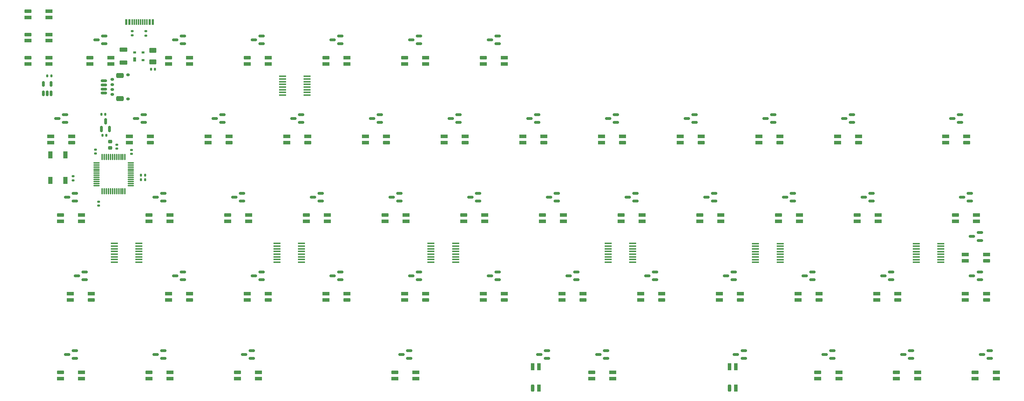
<source format=gbr>
%TF.GenerationSoftware,KiCad,Pcbnew,(7.0.0)*%
%TF.CreationDate,2023-11-27T23:21:45+01:00*%
%TF.ProjectId,vootington V4N,766f6f74-696e-4677-946f-6e2056344e2e,rev?*%
%TF.SameCoordinates,Original*%
%TF.FileFunction,Paste,Bot*%
%TF.FilePolarity,Positive*%
%FSLAX46Y46*%
G04 Gerber Fmt 4.6, Leading zero omitted, Abs format (unit mm)*
G04 Created by KiCad (PCBNEW (7.0.0)) date 2023-11-27 23:21:45*
%MOMM*%
%LPD*%
G01*
G04 APERTURE LIST*
G04 Aperture macros list*
%AMRoundRect*
0 Rectangle with rounded corners*
0 $1 Rounding radius*
0 $2 $3 $4 $5 $6 $7 $8 $9 X,Y pos of 4 corners*
0 Add a 4 corners polygon primitive as box body*
4,1,4,$2,$3,$4,$5,$6,$7,$8,$9,$2,$3,0*
0 Add four circle primitives for the rounded corners*
1,1,$1+$1,$2,$3*
1,1,$1+$1,$4,$5*
1,1,$1+$1,$6,$7*
1,1,$1+$1,$8,$9*
0 Add four rect primitives between the rounded corners*
20,1,$1+$1,$2,$3,$4,$5,0*
20,1,$1+$1,$4,$5,$6,$7,0*
20,1,$1+$1,$6,$7,$8,$9,0*
20,1,$1+$1,$8,$9,$2,$3,0*%
G04 Aperture macros list end*
%ADD10R,1.700000X0.820000*%
%ADD11RoundRect,0.205000X0.645000X0.205000X-0.645000X0.205000X-0.645000X-0.205000X0.645000X-0.205000X0*%
%ADD12R,0.820000X1.700000*%
%ADD13RoundRect,0.205000X-0.205000X0.645000X-0.205000X-0.645000X0.205000X-0.645000X0.205000X0.645000X0*%
%ADD14RoundRect,0.205000X-0.645000X-0.205000X0.645000X-0.205000X0.645000X0.205000X-0.645000X0.205000X0*%
%ADD15RoundRect,0.150000X0.150000X-0.512500X0.150000X0.512500X-0.150000X0.512500X-0.150000X-0.512500X0*%
%ADD16RoundRect,0.150000X0.587500X0.150000X-0.587500X0.150000X-0.587500X-0.150000X0.587500X-0.150000X0*%
%ADD17R,1.778000X0.419100*%
%ADD18R,1.100000X1.800000*%
%ADD19RoundRect,0.075000X0.662500X0.075000X-0.662500X0.075000X-0.662500X-0.075000X0.662500X-0.075000X0*%
%ADD20RoundRect,0.075000X0.075000X0.662500X-0.075000X0.662500X-0.075000X-0.662500X0.075000X-0.662500X0*%
%ADD21RoundRect,0.140000X0.140000X0.170000X-0.140000X0.170000X-0.140000X-0.170000X0.140000X-0.170000X0*%
%ADD22RoundRect,0.135000X0.185000X-0.135000X0.185000X0.135000X-0.185000X0.135000X-0.185000X-0.135000X0*%
%ADD23RoundRect,0.140000X-0.140000X-0.170000X0.140000X-0.170000X0.140000X0.170000X-0.140000X0.170000X0*%
%ADD24R,0.700000X1.000000*%
%ADD25R,0.700000X0.600000*%
%ADD26RoundRect,0.140000X-0.170000X0.140000X-0.170000X-0.140000X0.170000X-0.140000X0.170000X0.140000X0*%
%ADD27R,0.600000X1.450000*%
%ADD28R,0.300000X1.450000*%
%ADD29RoundRect,0.150000X-0.275000X0.150000X-0.275000X-0.150000X0.275000X-0.150000X0.275000X0.150000X0*%
%ADD30RoundRect,0.175000X-0.225000X0.175000X-0.225000X-0.175000X0.225000X-0.175000X0.225000X0.175000X0*%
%ADD31RoundRect,0.140000X0.170000X-0.140000X0.170000X0.140000X-0.170000X0.140000X-0.170000X-0.140000X0*%
%ADD32RoundRect,0.150000X-0.625000X0.150000X-0.625000X-0.150000X0.625000X-0.150000X0.625000X0.150000X0*%
%ADD33RoundRect,0.250000X-0.650000X0.350000X-0.650000X-0.350000X0.650000X-0.350000X0.650000X0.350000X0*%
%ADD34RoundRect,0.250000X0.700000X-0.275000X0.700000X0.275000X-0.700000X0.275000X-0.700000X-0.275000X0*%
%ADD35RoundRect,0.225000X0.250000X-0.225000X0.250000X0.225000X-0.250000X0.225000X-0.250000X-0.225000X0*%
%ADD36RoundRect,0.150000X0.150000X-0.587500X0.150000X0.587500X-0.150000X0.587500X-0.150000X-0.587500X0*%
%ADD37RoundRect,0.250000X-0.625000X0.375000X-0.625000X-0.375000X0.625000X-0.375000X0.625000X0.375000X0*%
G04 APERTURE END LIST*
D10*
%TO.C,D56*%
X33562499Y-16789999D03*
X33562499Y-15289999D03*
X28462499Y-16789999D03*
D11*
X28462500Y-15290000D03*
%TD*%
D10*
%TO.C,D55*%
X33562499Y-22422499D03*
X33562499Y-20922499D03*
X28462499Y-22422499D03*
D11*
X28462500Y-20922500D03*
%TD*%
D10*
%TO.C,D54*%
X33562499Y-28054999D03*
X33562499Y-26554999D03*
X28462499Y-28054999D03*
D11*
X28462500Y-26555000D03*
%TD*%
D10*
%TO.C,D53*%
X48587499Y-28078999D03*
X48587499Y-26578999D03*
X43487499Y-28078999D03*
D11*
X43487500Y-26579000D03*
%TD*%
D10*
%TO.C,D52*%
X67637499Y-28078999D03*
X67637499Y-26578999D03*
X62537499Y-28078999D03*
D11*
X62537500Y-26579000D03*
%TD*%
D10*
%TO.C,D51*%
X86687499Y-28078999D03*
X86687499Y-26578999D03*
X81587499Y-28078999D03*
D11*
X81587500Y-26579000D03*
%TD*%
D10*
%TO.C,D50*%
X105737499Y-28078999D03*
X105737499Y-26578999D03*
X100637499Y-28078999D03*
D11*
X100637500Y-26579000D03*
%TD*%
D10*
%TO.C,D49*%
X170031249Y-104278999D03*
X170031249Y-102778999D03*
X164931249Y-104278999D03*
D11*
X164931250Y-102779000D03*
%TD*%
D12*
%TO.C,D48*%
X199804851Y-101431249D03*
X198304851Y-101431249D03*
X199804851Y-106531249D03*
D13*
X198304852Y-106531250D03*
%TD*%
D10*
%TO.C,D47*%
X224799999Y-104278999D03*
X224799999Y-102778999D03*
X219699999Y-104278999D03*
D11*
X219700000Y-102779000D03*
%TD*%
D10*
%TO.C,D46*%
X243849999Y-104278999D03*
X243849999Y-102778999D03*
X238749999Y-104278999D03*
D11*
X238750000Y-102779000D03*
%TD*%
D10*
%TO.C,D45*%
X262899999Y-104278999D03*
X262899999Y-102778999D03*
X257799999Y-104278999D03*
D11*
X257800000Y-102779000D03*
%TD*%
D10*
%TO.C,D44*%
X255418749Y-83728999D03*
X255418749Y-85228999D03*
X260518749Y-83728999D03*
D14*
X260518750Y-85229000D03*
%TD*%
D10*
%TO.C,D43*%
X124787499Y-28078999D03*
X124787499Y-26578999D03*
X119687499Y-28078999D03*
D11*
X119687500Y-26579000D03*
%TD*%
D10*
%TO.C,D42*%
X41443749Y-104278999D03*
X41443749Y-102778999D03*
X36343749Y-104278999D03*
D11*
X36343750Y-102779000D03*
%TD*%
D10*
%TO.C,D41*%
X62874999Y-104278999D03*
X62874999Y-102778999D03*
X57774999Y-104278999D03*
D11*
X57775000Y-102779000D03*
%TD*%
D10*
%TO.C,D40*%
X84306249Y-104278999D03*
X84306249Y-102778999D03*
X79206249Y-104278999D03*
D11*
X79206250Y-102779000D03*
%TD*%
D10*
%TO.C,D39*%
X122406249Y-104278999D03*
X122406249Y-102778999D03*
X117306249Y-104278999D03*
D11*
X117306250Y-102779000D03*
%TD*%
D12*
%TO.C,D38*%
X152179851Y-101431249D03*
X150679851Y-101431249D03*
X152179851Y-106531249D03*
D13*
X150679852Y-106531250D03*
%TD*%
D10*
%TO.C,D37*%
X138737499Y-83728999D03*
X138737499Y-85228999D03*
X143837499Y-83728999D03*
D14*
X143837500Y-85229000D03*
%TD*%
D10*
%TO.C,D36*%
X119687499Y-83728999D03*
X119687499Y-85228999D03*
X124787499Y-83728999D03*
D14*
X124787500Y-85229000D03*
%TD*%
D10*
%TO.C,D35*%
X100637499Y-83728999D03*
X100637499Y-85228999D03*
X105737499Y-83728999D03*
D14*
X105737500Y-85229000D03*
%TD*%
D10*
%TO.C,D34*%
X81587499Y-83728999D03*
X81587499Y-85228999D03*
X86687499Y-83728999D03*
D14*
X86687500Y-85229000D03*
%TD*%
D10*
%TO.C,D33*%
X62537499Y-83728999D03*
X62537499Y-85228999D03*
X67637499Y-83728999D03*
D14*
X67637500Y-85229000D03*
%TD*%
D10*
%TO.C,D32*%
X38724999Y-83728999D03*
X38724999Y-85228999D03*
X43824999Y-83728999D03*
D14*
X43825000Y-85229000D03*
%TD*%
D10*
%TO.C,D31*%
X255418749Y-74203999D03*
X255418749Y-75703999D03*
X260518749Y-74203999D03*
D14*
X260518750Y-75704000D03*
%TD*%
D10*
%TO.C,D30*%
X233987499Y-83728999D03*
X233987499Y-85228999D03*
X239087499Y-83728999D03*
D14*
X239087500Y-85229000D03*
%TD*%
D10*
%TO.C,D29*%
X214937499Y-83728999D03*
X214937499Y-85228999D03*
X220037499Y-83728999D03*
D14*
X220037500Y-85229000D03*
%TD*%
D10*
%TO.C,D28*%
X195887499Y-83728999D03*
X195887499Y-85228999D03*
X200987499Y-83728999D03*
D14*
X200987500Y-85229000D03*
%TD*%
D10*
%TO.C,D27*%
X176837499Y-83728999D03*
X176837499Y-85228999D03*
X181937499Y-83728999D03*
D14*
X181937500Y-85229000D03*
%TD*%
D10*
%TO.C,D26*%
X157787499Y-83728999D03*
X157787499Y-85228999D03*
X162887499Y-83728999D03*
D14*
X162887500Y-85229000D03*
%TD*%
D10*
%TO.C,D25*%
X158124999Y-66178999D03*
X158124999Y-64678999D03*
X153024999Y-66178999D03*
D11*
X153025000Y-64679000D03*
%TD*%
D10*
%TO.C,D24*%
X177174999Y-66178999D03*
X177174999Y-64678999D03*
X172074999Y-66178999D03*
D11*
X172075000Y-64679000D03*
%TD*%
D10*
%TO.C,D23*%
X196224999Y-66178999D03*
X196224999Y-64678999D03*
X191124999Y-66178999D03*
D11*
X191125000Y-64679000D03*
%TD*%
D10*
%TO.C,D22*%
X215274999Y-66178999D03*
X215274999Y-64678999D03*
X210174999Y-66178999D03*
D11*
X210175000Y-64679000D03*
%TD*%
D10*
%TO.C,D21*%
X234324999Y-66178999D03*
X234324999Y-64678999D03*
X229224999Y-66178999D03*
D11*
X229225000Y-64679000D03*
%TD*%
D10*
%TO.C,D20*%
X258137499Y-66178999D03*
X258137499Y-64678999D03*
X253037499Y-66178999D03*
D11*
X253037500Y-64679000D03*
%TD*%
D10*
%TO.C,D19*%
X41443749Y-66178999D03*
X41443749Y-64678999D03*
X36343749Y-66178999D03*
D11*
X36343750Y-64679000D03*
%TD*%
D10*
%TO.C,D18*%
X62874999Y-66178999D03*
X62874999Y-64678999D03*
X57774999Y-66178999D03*
D11*
X57775000Y-64679000D03*
%TD*%
D10*
%TO.C,D17*%
X81924999Y-66178999D03*
X81924999Y-64678999D03*
X76824999Y-66178999D03*
D11*
X76825000Y-64679000D03*
%TD*%
D10*
%TO.C,D16*%
X100974999Y-66178999D03*
X100974999Y-64678999D03*
X95874999Y-66178999D03*
D11*
X95875000Y-64679000D03*
%TD*%
D10*
%TO.C,D15*%
X120024999Y-66178999D03*
X120024999Y-64678999D03*
X114924999Y-66178999D03*
D11*
X114925000Y-64679000D03*
%TD*%
D10*
%TO.C,D14*%
X139074999Y-66178999D03*
X139074999Y-64678999D03*
X133974999Y-66178999D03*
D11*
X133975000Y-64679000D03*
%TD*%
D10*
%TO.C,D13*%
X250656249Y-45628999D03*
X250656249Y-47128999D03*
X255756249Y-45628999D03*
D14*
X255756250Y-47129000D03*
%TD*%
D10*
%TO.C,D12*%
X224462499Y-45628999D03*
X224462499Y-47128999D03*
X229562499Y-45628999D03*
D14*
X229562500Y-47129000D03*
%TD*%
D10*
%TO.C,D11*%
X205412499Y-45628999D03*
X205412499Y-47128999D03*
X210512499Y-45628999D03*
D14*
X210512500Y-47129000D03*
%TD*%
D10*
%TO.C,D10*%
X186362499Y-45628999D03*
X186362499Y-47128999D03*
X191462499Y-45628999D03*
D14*
X191462500Y-47129000D03*
%TD*%
D10*
%TO.C,D9*%
X167312499Y-45628999D03*
X167312499Y-47128999D03*
X172412499Y-45628999D03*
D14*
X172412500Y-47129000D03*
%TD*%
D10*
%TO.C,D8*%
X148262499Y-45628999D03*
X148262499Y-47128999D03*
X153362499Y-45628999D03*
D14*
X153362500Y-47129000D03*
%TD*%
D10*
%TO.C,D7*%
X129212499Y-45628999D03*
X129212499Y-47128999D03*
X134312499Y-45628999D03*
D14*
X134312500Y-47129000D03*
%TD*%
D10*
%TO.C,D6*%
X110162499Y-45628999D03*
X110162499Y-47128999D03*
X115262499Y-45628999D03*
D14*
X115262500Y-47129000D03*
%TD*%
D10*
%TO.C,D5*%
X91112499Y-45628999D03*
X91112499Y-47128999D03*
X96212499Y-45628999D03*
D14*
X96212500Y-47129000D03*
%TD*%
D10*
%TO.C,D4*%
X72062499Y-45628999D03*
X72062499Y-47128999D03*
X77162499Y-45628999D03*
D14*
X77162500Y-47129000D03*
%TD*%
D10*
%TO.C,D3*%
X53012499Y-45628999D03*
X53012499Y-47128999D03*
X58112499Y-45628999D03*
D14*
X58112500Y-47129000D03*
%TD*%
D10*
%TO.C,D2*%
X33962499Y-45628999D03*
X33962499Y-47128999D03*
X39062499Y-45628999D03*
D14*
X39062500Y-47129000D03*
%TD*%
D10*
%TO.C,D1*%
X143837499Y-28078999D03*
X143837499Y-26578999D03*
X138737499Y-28078999D03*
D11*
X138737500Y-26579000D03*
%TD*%
D15*
%TO.C,U46*%
X34093250Y-35172250D03*
X33143250Y-35172250D03*
X32193250Y-35172250D03*
X32193250Y-32897250D03*
X34093250Y-32897250D03*
%TD*%
D16*
%TO.C,U45*%
X258906250Y-68900000D03*
X258906250Y-70800000D03*
X257031250Y-69850000D03*
%TD*%
D17*
%TO.C,U53*%
X210569635Y-71563904D03*
X210569635Y-72214144D03*
X210569635Y-72864384D03*
X210569635Y-73514624D03*
X210569635Y-74159784D03*
X210569635Y-74810024D03*
X210569635Y-75460264D03*
X210569635Y-76110504D03*
X204620955Y-76110504D03*
X204620955Y-75460264D03*
X204620955Y-74810024D03*
X204620955Y-74159784D03*
X204620955Y-73514624D03*
X204620955Y-72864384D03*
X204620955Y-72214144D03*
X204620955Y-71563904D03*
%TD*%
D16*
%TO.C,U43*%
X201756250Y-97475000D03*
X201756250Y-99375000D03*
X199881250Y-98425000D03*
%TD*%
%TO.C,U39*%
X39831250Y-97475000D03*
X39831250Y-99375000D03*
X37956250Y-98425000D03*
%TD*%
%TO.C,U9*%
X151750000Y-40325000D03*
X151750000Y-42225000D03*
X149875000Y-41275000D03*
%TD*%
%TO.C,U35*%
X85075000Y-78425000D03*
X85075000Y-80325000D03*
X83200000Y-79375000D03*
%TD*%
%TO.C,U48*%
X120793750Y-97475000D03*
X120793750Y-99375000D03*
X118918750Y-98425000D03*
%TD*%
D18*
%TO.C,SW1*%
X33868749Y-50081249D03*
X33868749Y-56281249D03*
X37568749Y-50081249D03*
X37568749Y-56281249D03*
%TD*%
D19*
%TO.C,U59*%
X53375000Y-52018750D03*
X53375000Y-52518750D03*
X53375000Y-53018750D03*
X53375000Y-53518750D03*
X53375000Y-54018750D03*
X53375000Y-54518750D03*
X53375000Y-55018750D03*
X53375000Y-55518750D03*
X53375000Y-56018750D03*
X53375000Y-56518750D03*
X53375000Y-57018750D03*
X53375000Y-57518750D03*
D20*
X51962500Y-58931250D03*
X51462500Y-58931250D03*
X50962500Y-58931250D03*
X50462500Y-58931250D03*
X49962500Y-58931250D03*
X49462500Y-58931250D03*
X48962500Y-58931250D03*
X48462500Y-58931250D03*
X47962500Y-58931250D03*
X47462500Y-58931250D03*
X46962500Y-58931250D03*
X46462500Y-58931250D03*
D19*
X45050000Y-57518750D03*
X45050000Y-57018750D03*
X45050000Y-56518750D03*
X45050000Y-56018750D03*
X45050000Y-55518750D03*
X45050000Y-55018750D03*
X45050000Y-54518750D03*
X45050000Y-54018750D03*
X45050000Y-53518750D03*
X45050000Y-53018750D03*
X45050000Y-52518750D03*
X45050000Y-52018750D03*
D20*
X46462500Y-50606250D03*
X46962500Y-50606250D03*
X47462500Y-50606250D03*
X47962500Y-50606250D03*
X48462500Y-50606250D03*
X48962500Y-50606250D03*
X49462500Y-50606250D03*
X49962500Y-50606250D03*
X50462500Y-50606250D03*
X50962500Y-50606250D03*
X51462500Y-50606250D03*
X51962500Y-50606250D03*
%TD*%
D21*
%TO.C,C6*%
X59217500Y-29368750D03*
X58257500Y-29368750D03*
%TD*%
D22*
%TO.C,R3*%
X53721589Y-21147501D03*
X53721589Y-20127501D03*
%TD*%
D23*
%TO.C,C29*%
X55866106Y-54997317D03*
X56826106Y-54997317D03*
%TD*%
D16*
%TO.C,U37*%
X199375000Y-78425000D03*
X199375000Y-80325000D03*
X197500000Y-79375000D03*
%TD*%
%TO.C,U18*%
X137462500Y-59375000D03*
X137462500Y-61275000D03*
X135587500Y-60325000D03*
%TD*%
D24*
%TO.C,U58*%
X54309088Y-26943749D03*
D25*
X54309088Y-25243749D03*
X56309088Y-25243749D03*
X56309088Y-27143749D03*
%TD*%
D16*
%TO.C,U11*%
X227950000Y-40325000D03*
X227950000Y-42225000D03*
X226075000Y-41275000D03*
%TD*%
%TO.C,U22*%
X256525000Y-59375000D03*
X256525000Y-61275000D03*
X254650000Y-60325000D03*
%TD*%
%TO.C,U19*%
X156512500Y-59375000D03*
X156512500Y-61275000D03*
X154637500Y-60325000D03*
%TD*%
D23*
%TO.C,C4*%
X46250752Y-40310060D03*
X47210752Y-40310060D03*
%TD*%
D16*
%TO.C,U3*%
X66025000Y-21275000D03*
X66025000Y-23175000D03*
X64150000Y-22225000D03*
%TD*%
%TO.C,U62*%
X123175000Y-21275000D03*
X123175000Y-23175000D03*
X121300000Y-22225000D03*
%TD*%
%TO.C,U30*%
X142225000Y-78425000D03*
X142225000Y-80325000D03*
X140350000Y-79375000D03*
%TD*%
%TO.C,U8*%
X132700000Y-40325000D03*
X132700000Y-42225000D03*
X130825000Y-41275000D03*
%TD*%
D23*
%TO.C,C11*%
X55859704Y-56073622D03*
X56819704Y-56073622D03*
%TD*%
D16*
%TO.C,U41*%
X154131250Y-97475000D03*
X154131250Y-99375000D03*
X152256250Y-98425000D03*
%TD*%
D22*
%TO.C,R4*%
X57037122Y-21176841D03*
X57037122Y-20156841D03*
%TD*%
D16*
%TO.C,U29*%
X123175000Y-78425000D03*
X123175000Y-80325000D03*
X121300000Y-79375000D03*
%TD*%
%TO.C,U47*%
X82693750Y-97475000D03*
X82693750Y-99375000D03*
X80818750Y-98425000D03*
%TD*%
D26*
%TO.C,C1*%
X45574303Y-61406884D03*
X45574303Y-62366884D03*
%TD*%
D16*
%TO.C,U32*%
X180325000Y-78425000D03*
X180325000Y-80325000D03*
X178450000Y-79375000D03*
%TD*%
%TO.C,U61*%
X104125000Y-21275000D03*
X104125000Y-23175000D03*
X102250000Y-22225000D03*
%TD*%
%TO.C,U28*%
X66025000Y-78425000D03*
X66025000Y-80325000D03*
X64150000Y-79375000D03*
%TD*%
D17*
%TO.C,U57*%
X55361839Y-71545449D03*
X55361839Y-72195689D03*
X55361839Y-72845929D03*
X55361839Y-73496169D03*
X55361839Y-74141329D03*
X55361839Y-74791569D03*
X55361839Y-75441809D03*
X55361839Y-76092049D03*
X49413159Y-76092049D03*
X49413159Y-75441809D03*
X49413159Y-74791569D03*
X49413159Y-74141329D03*
X49413159Y-73496169D03*
X49413159Y-72845929D03*
X49413159Y-72195689D03*
X49413159Y-71545449D03*
%TD*%
D16*
%TO.C,U4*%
X37450000Y-40325000D03*
X37450000Y-42225000D03*
X35575000Y-41275000D03*
%TD*%
%TO.C,U33*%
X237475000Y-78425000D03*
X237475000Y-80325000D03*
X235600000Y-79375000D03*
%TD*%
%TO.C,U50*%
X261287500Y-97475000D03*
X261287500Y-99375000D03*
X259412500Y-98425000D03*
%TD*%
%TO.C,U40*%
X61262500Y-97475000D03*
X61262500Y-99375000D03*
X59387500Y-98425000D03*
%TD*%
%TO.C,U7*%
X113650000Y-40325000D03*
X113650000Y-42225000D03*
X111775000Y-41275000D03*
%TD*%
%TO.C,U36*%
X104125000Y-78425000D03*
X104125000Y-80325000D03*
X102250000Y-79375000D03*
%TD*%
%TO.C,U5*%
X56500000Y-40325000D03*
X56500000Y-42225000D03*
X54625000Y-41275000D03*
%TD*%
D27*
%TO.C,J2*%
X52248999Y-17935624D03*
X53048999Y-17935624D03*
D28*
X54248999Y-17935624D03*
X55248999Y-17935624D03*
X55748999Y-17935624D03*
X56748999Y-17935624D03*
D27*
X57948999Y-17935624D03*
X58748999Y-17935624D03*
X58748999Y-17935624D03*
X57948999Y-17935624D03*
D28*
X57248999Y-17935624D03*
X56248999Y-17935624D03*
X54748999Y-17935624D03*
X53748999Y-17935624D03*
D27*
X53048999Y-17935624D03*
X52248999Y-17935624D03*
%TD*%
D29*
%TO.C,J3*%
X48925000Y-31831250D03*
X48925000Y-33031250D03*
X48925000Y-34231250D03*
X48925000Y-35431250D03*
D30*
X52700000Y-30681250D03*
X52700000Y-36581250D03*
%TD*%
D16*
%TO.C,U10*%
X170800000Y-40325000D03*
X170800000Y-42225000D03*
X168925000Y-41275000D03*
%TD*%
D17*
%TO.C,U64*%
X96043749Y-31064199D03*
X96043749Y-31714439D03*
X96043749Y-32364679D03*
X96043749Y-33014919D03*
X96043749Y-33660079D03*
X96043749Y-34310319D03*
X96043749Y-34960559D03*
X96043749Y-35610799D03*
X90095069Y-35610799D03*
X90095069Y-34960559D03*
X90095069Y-34310319D03*
X90095069Y-33660079D03*
X90095069Y-33014919D03*
X90095069Y-32364679D03*
X90095069Y-31714439D03*
X90095069Y-31064199D03*
%TD*%
D16*
%TO.C,U44*%
X223187500Y-97475000D03*
X223187500Y-99375000D03*
X221312500Y-98425000D03*
%TD*%
D17*
%TO.C,U54*%
X174850885Y-71543434D03*
X174850885Y-72193674D03*
X174850885Y-72843914D03*
X174850885Y-73494154D03*
X174850885Y-74139314D03*
X174850885Y-74789554D03*
X174850885Y-75439794D03*
X174850885Y-76090034D03*
X168902205Y-76090034D03*
X168902205Y-75439794D03*
X168902205Y-74789554D03*
X168902205Y-74139314D03*
X168902205Y-73494154D03*
X168902205Y-72843914D03*
X168902205Y-72193674D03*
X168902205Y-71543434D03*
%TD*%
D16*
%TO.C,U16*%
X61262500Y-59375000D03*
X61262500Y-61275000D03*
X59387500Y-60325000D03*
%TD*%
%TO.C,U23*%
X80312500Y-59375000D03*
X80312500Y-61275000D03*
X78437500Y-60325000D03*
%TD*%
D31*
%TO.C,C2*%
X44848806Y-49792201D03*
X44848806Y-48832201D03*
%TD*%
D32*
%TO.C,J1*%
X46837697Y-32131250D03*
X46837697Y-33131250D03*
X46837697Y-34131250D03*
X46837697Y-35131250D03*
D33*
X50712697Y-30831250D03*
X50712697Y-36431250D03*
%TD*%
D16*
%TO.C,U17*%
X118412500Y-59375000D03*
X118412500Y-61275000D03*
X116537500Y-60325000D03*
%TD*%
D31*
%TO.C,C10*%
X50006250Y-48582962D03*
X50006250Y-47622962D03*
%TD*%
D16*
%TO.C,U20*%
X175562500Y-59375000D03*
X175562500Y-61275000D03*
X173687500Y-60325000D03*
%TD*%
D21*
%TO.C,C5*%
X47456127Y-45346072D03*
X46496127Y-45346072D03*
%TD*%
D22*
%TO.C,R5*%
X39379783Y-56280538D03*
X39379783Y-55260538D03*
%TD*%
D17*
%TO.C,U51*%
X249463385Y-71563904D03*
X249463385Y-72214144D03*
X249463385Y-72864384D03*
X249463385Y-73514624D03*
X249463385Y-74159784D03*
X249463385Y-74810024D03*
X249463385Y-75460264D03*
X249463385Y-76110504D03*
X243514705Y-76110504D03*
X243514705Y-75460264D03*
X243514705Y-74810024D03*
X243514705Y-74159784D03*
X243514705Y-73514624D03*
X243514705Y-72864384D03*
X243514705Y-72214144D03*
X243514705Y-71563904D03*
%TD*%
D34*
%TO.C,L1*%
X51593750Y-27768750D03*
X51593750Y-24618750D03*
%TD*%
D31*
%TO.C,C12*%
X53577271Y-49854806D03*
X53577271Y-48894806D03*
%TD*%
D16*
%TO.C,U15*%
X39831250Y-59375000D03*
X39831250Y-61275000D03*
X37956250Y-60325000D03*
%TD*%
%TO.C,U6*%
X94600000Y-40325000D03*
X94600000Y-42225000D03*
X92725000Y-41275000D03*
%TD*%
%TO.C,U13*%
X189850000Y-40325000D03*
X189850000Y-42225000D03*
X187975000Y-41275000D03*
%TD*%
%TO.C,U49*%
X242237500Y-97475000D03*
X242237500Y-99375000D03*
X240362500Y-98425000D03*
%TD*%
%TO.C,U21*%
X232712500Y-59375000D03*
X232712500Y-61275000D03*
X230837500Y-60325000D03*
%TD*%
%TO.C,U24*%
X99362500Y-59375000D03*
X99362500Y-61275000D03*
X97487500Y-60325000D03*
%TD*%
%TO.C,U42*%
X168418750Y-97475000D03*
X168418750Y-99375000D03*
X166543750Y-98425000D03*
%TD*%
%TO.C,U38*%
X218425000Y-78425000D03*
X218425000Y-80325000D03*
X216550000Y-79375000D03*
%TD*%
%TO.C,U12*%
X254143750Y-40325000D03*
X254143750Y-42225000D03*
X252268750Y-41275000D03*
%TD*%
%TO.C,U26*%
X213662500Y-59375000D03*
X213662500Y-61275000D03*
X211787500Y-60325000D03*
%TD*%
D35*
%TO.C,C13*%
X48418750Y-48400000D03*
X48418750Y-46850000D03*
%TD*%
D16*
%TO.C,U1*%
X46975000Y-21275000D03*
X46975000Y-23175000D03*
X45100000Y-22225000D03*
%TD*%
%TO.C,U25*%
X194612500Y-59375000D03*
X194612500Y-61275000D03*
X192737500Y-60325000D03*
%TD*%
%TO.C,U31*%
X161275000Y-78425000D03*
X161275000Y-80325000D03*
X159400000Y-79375000D03*
%TD*%
%TO.C,U27*%
X42212500Y-78425000D03*
X42212500Y-80325000D03*
X40337500Y-79375000D03*
%TD*%
D17*
%TO.C,U56*%
X94682135Y-71545449D03*
X94682135Y-72195689D03*
X94682135Y-72845929D03*
X94682135Y-73496169D03*
X94682135Y-74141329D03*
X94682135Y-74791569D03*
X94682135Y-75441809D03*
X94682135Y-76092049D03*
X88733455Y-76092049D03*
X88733455Y-75441809D03*
X88733455Y-74791569D03*
X88733455Y-74141329D03*
X88733455Y-73496169D03*
X88733455Y-72845929D03*
X88733455Y-72195689D03*
X88733455Y-71545449D03*
%TD*%
D16*
%TO.C,U34*%
X258906250Y-78425000D03*
X258906250Y-80325000D03*
X257031250Y-79375000D03*
%TD*%
%TO.C,U60*%
X85075000Y-21275000D03*
X85075000Y-23175000D03*
X83200000Y-22225000D03*
%TD*%
D17*
%TO.C,U55*%
X131988385Y-71543434D03*
X131988385Y-72193674D03*
X131988385Y-72843914D03*
X131988385Y-73494154D03*
X131988385Y-74139314D03*
X131988385Y-74789554D03*
X131988385Y-75439794D03*
X131988385Y-76090034D03*
X126039705Y-76090034D03*
X126039705Y-75439794D03*
X126039705Y-74789554D03*
X126039705Y-74139314D03*
X126039705Y-73494154D03*
X126039705Y-72843914D03*
X126039705Y-72193674D03*
X126039705Y-71543434D03*
%TD*%
D23*
%TO.C,C3*%
X33171250Y-30956250D03*
X34131250Y-30956250D03*
%TD*%
D16*
%TO.C,U14*%
X208900000Y-40325000D03*
X208900000Y-42225000D03*
X207025000Y-41275000D03*
%TD*%
D36*
%TO.C,U52*%
X48187212Y-43800000D03*
X46287212Y-43800000D03*
X47237212Y-41925000D03*
%TD*%
D37*
%TO.C,F2*%
X58737500Y-24793750D03*
X58737500Y-27593750D03*
%TD*%
D16*
%TO.C,U63*%
X142225000Y-21275000D03*
X142225000Y-23175000D03*
X140350000Y-22225000D03*
%TD*%
%TO.C,U2*%
X75550000Y-40325000D03*
X75550000Y-42225000D03*
X73675000Y-41275000D03*
%TD*%
M02*

</source>
